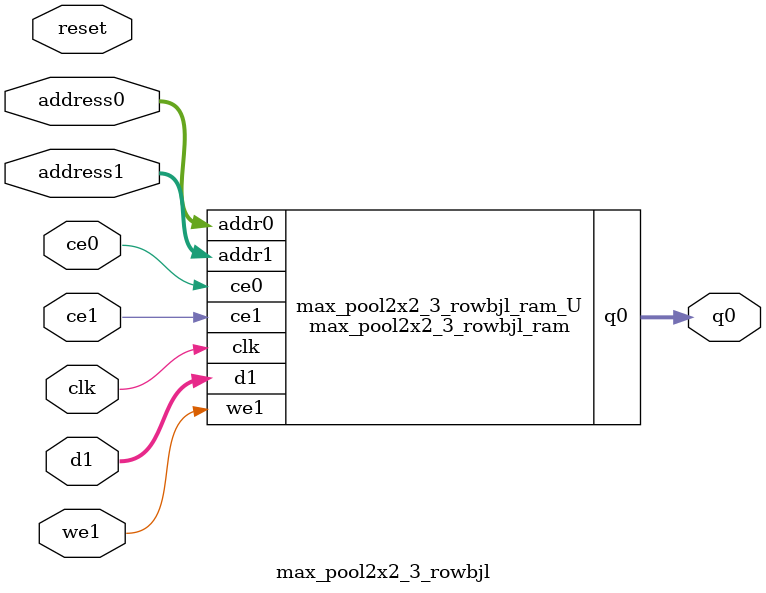
<source format=v>
`timescale 1 ns / 1 ps
module max_pool2x2_3_rowbjl_ram (addr0, ce0, q0, addr1, ce1, d1, we1,  clk);

parameter DWIDTH = 64;
parameter AWIDTH = 8;
parameter MEM_SIZE = 160;

input[AWIDTH-1:0] addr0;
input ce0;
output reg[DWIDTH-1:0] q0;
input[AWIDTH-1:0] addr1;
input ce1;
input[DWIDTH-1:0] d1;
input we1;
input clk;

(* ram_style = "block" *)reg [DWIDTH-1:0] ram[0:MEM_SIZE-1];




always @(posedge clk)  
begin 
    if (ce0) begin
        q0 <= ram[addr0];
    end
end


always @(posedge clk)  
begin 
    if (ce1) begin
        if (we1) 
            ram[addr1] <= d1; 
    end
end


endmodule

`timescale 1 ns / 1 ps
module max_pool2x2_3_rowbjl(
    reset,
    clk,
    address0,
    ce0,
    q0,
    address1,
    ce1,
    we1,
    d1);

parameter DataWidth = 32'd64;
parameter AddressRange = 32'd160;
parameter AddressWidth = 32'd8;
input reset;
input clk;
input[AddressWidth - 1:0] address0;
input ce0;
output[DataWidth - 1:0] q0;
input[AddressWidth - 1:0] address1;
input ce1;
input we1;
input[DataWidth - 1:0] d1;



max_pool2x2_3_rowbjl_ram max_pool2x2_3_rowbjl_ram_U(
    .clk( clk ),
    .addr0( address0 ),
    .ce0( ce0 ),
    .q0( q0 ),
    .addr1( address1 ),
    .ce1( ce1 ),
    .we1( we1 ),
    .d1( d1 ));

endmodule


</source>
